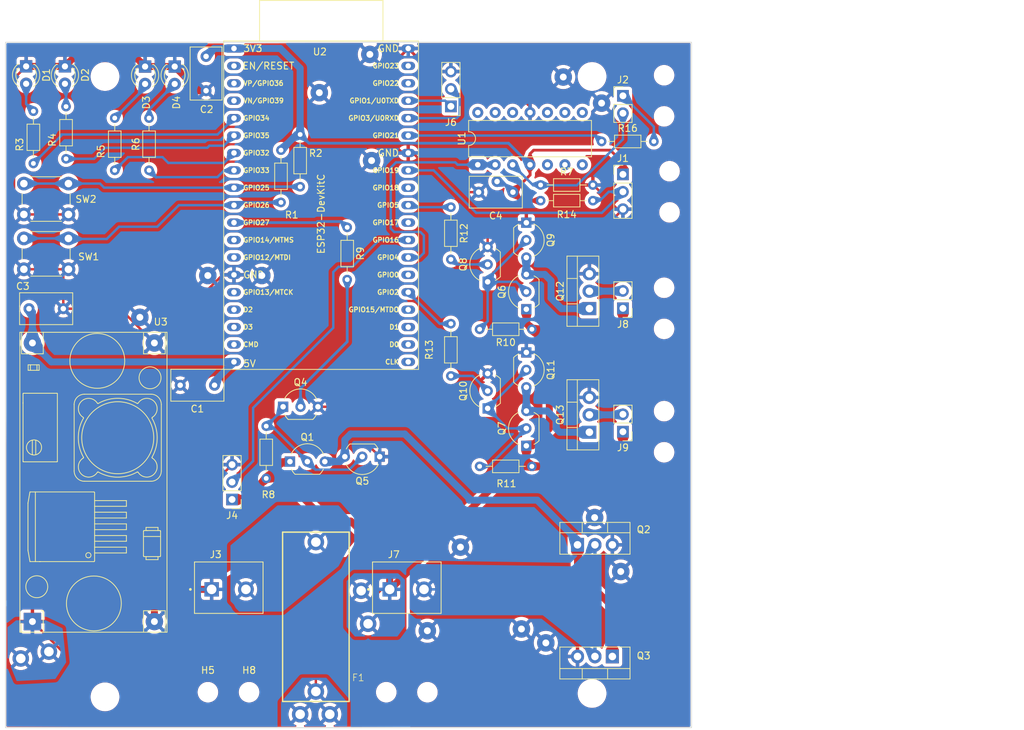
<source format=kicad_pcb>
(kicad_pcb (version 20221018) (generator pcbnew)
  (layers (0 "F.Cu" signal) (31 "B.Cu" signal) (34 "B.Paste" user) (35 "F.Paste" user) (36 "B.SilkS" user "B.Silkscreen") (37 "F.SilkS" user "F.Silkscreen") (38 "B.Mask" user) (39 "F.Mask" user) (44 "Edge.Cuts" user))
  (net 0 "")
  (net 1 "+5V")
  (net 2 "GND")
  (net 3 "+3V3")
  (net 4 "+12V")
  (net 5 "Net-(Q1-B)")
  (net 6 "/MOSFET_GATE")
  (net 7 "Net-(J7-Pin_2)")
  (net 8 "Net-(Q4-B)")
  (net 9 "Net-(Q6-B)")
  (net 10 "Net-(J8-Pin_2)")
  (net 11 "Net-(Q10-C)")
  (net 12 "Net-(J9-Pin_2)")
  (net 13 "Net-(Q8-B)")
  (net 14 "Net-(Q10-B)")
  (net 15 "/SW1")
  (net 16 "/SW2")
  (net 17 "/LED0")
  (net 18 "Net-(D1-A)")
  (net 19 "/LED1")
  (net 20 "Net-(D2-A)")
  (net 21 "/LED2")
  (net 22 "Net-(D3-A)")
  (net 23 "Net-(J2-Pin_2)")
  (net 24 "/PELTIER_POWER")
  (net 25 "/FAN2")
  (net 26 "/FAN1")
  (net 39 "Net-(D4-A)")
  (net 40 "/TEMP_PELTIER")
  (net 42 "/DS18B20")
  (net 43 "/RXD")
  (net 44 "/TXD")
  (net 45 "Net-(J3-Pin_2)")
  (net 46 "/LED3")
  (net 47 "/THERMISTOR_ON")
  (net 49 "/GPIO_16")
  (net 52 "Net-(Q12-G)")
  (net 53 "Net-(Q11-E)")
  (net 54 "Net-(J2-Pin_1)")
  (footprint "Package_DIP:DIP-14_W7.62mm" (layer "F.Cu") (at 68.84 17.875 90)
    (fp_text reference "U1")
    (fp_text value "LM324")
  )
  (footprint "" (layer "F.Cu") (at 66.316 73.66)
    (fp_text reference "")
    (fp_text value "")
  )
  (footprint "LED_THT:LED_D3.0mm" (layer "F.Cu") (at 8.658 3.52344 -90)
    (fp_text reference "D2")
    (fp_text value "LED")
  )
  (footprint "Package_TO_SOT_THT:TO-92_Inline_Wide" (layer "F.Cu") (at 54.54 60.46 180)
    (fp_text reference "Q5")
    (fp_text value "BC558")
  )
  (footprint "" (layer "F.Cu") (at 89.684 77.216)
    (fp_text reference "")
    (fp_text value "")
  )
  (footprint "" (layer "F.Cu") (at 29.486 34.036)
    (fp_text reference "")
    (fp_text value "")
  )
  (footprint "MountingHole:MountingHole_2mm" (layer "F.Cu") (at 96 10.82)
    (fp_text reference "H1" hide)
    (fp_text value "MountingHole")
  )
  (footprint "MountingHole:MountingHole_2mm" (layer "F.Cu") (at 35.5 94.82)
    (fp_text reference "H8")
    (fp_text value "MountingHole")
  )
  (footprint "Resistor_THT:R_Axial_DIN0204_L3.6mm_D1.6mm_P7.62mm_Horizontal" (layer "F.Cu") (at 76.73 61.875 180)
    (fp_text reference "R11")
    (fp_text value "4k7")
  )
  (footprint "Resistor_THT:R_Axial_DIN0204_L3.6mm_D1.6mm_P7.62mm_Horizontal" (layer "F.Cu") (at 64.92 24.065 -90)
    (fp_text reference "R12")
    (fp_text value "1k")
  )
  (footprint "" (layer "F.Cu") (at 19.58 40.132)
    (fp_text reference "")
    (fp_text value "")
  )
  (footprint "" (layer "F.Cu") (at 45.742 7.366)
    (fp_text reference "")
    (fp_text value "")
  )
  (footprint "" (layer "F.Cu") (at 52.854 84.836)
    (fp_text reference "")
    (fp_text value "")
  )
  (footprint "" (layer "F.Cu") (at 53.362 17.272)
    (fp_text reference "")
    (fp_text value "")
  )
  (footprint "Package_TO_SOT_THT:TO-92_Inline_Wide" (layer "F.Cu") (at 70.28 53.415 90)
    (fp_text reference "Q10")
    (fp_text value "BC548")
  )
  (footprint "Package_TO_SOT_THT:TO-92_Inline_Wide" (layer "F.Cu") (at 70.28 34.955 90)
    (fp_text reference "Q8")
    (fp_text value "BC548")
  )
  (footprint "" (layer "F.Cu") (at 71.65 20.32)
    (fp_text reference "")
    (fp_text value "")
  )
  (footprint "MountingHole:MountingHole_2mm" (layer "F.Cu") (at 96.796 18.82)
    (fp_text reference "H4" hide)
    (fp_text value "MountingHole")
  )
  (footprint "MountingHole:MountingHole_2mm" (layer "F.Cu") (at 96 59.82)
    (fp_text reference "H12" hide)
    (fp_text value "MountingHole")
  )
  (footprint "Resistor_THT:R_Axial_DIN0204_L3.6mm_D1.6mm_P7.62mm_Horizontal" (layer "F.Cu") (at 4.06 17.685 90)
    (fp_text reference "R3")
    (fp_text value "1k")
  )
  (footprint "" (layer "F.Cu") (at 81.302 5.08)
    (fp_text reference "")
    (fp_text value "")
  )
  (footprint "Resistor_THT:R_Axial_DIN0204_L3.6mm_D1.6mm_P7.62mm_Horizontal" (layer "F.Cu") (at 76.73 41.875 180)
    (fp_text reference "R10")
    (fp_text value "4k7")
  )
  (footprint "Resistor_THT:R_Axial_DIN0204_L3.6mm_D1.6mm_P7.62mm_Horizontal" (layer "F.Cu") (at 8.82 17.01 90)
    (fp_text reference "R4")
    (fp_text value "1k")
  )
  (footprint "MountingHole:MountingHole_2mm" (layer "F.Cu") (at 55.5 94.82)
    (fp_text reference "H6" hide)
    (fp_text value "MountingHole")
  )
  (footprint "Package_TO_SOT_THT:TO-92_Inline_Wide" (layer "F.Cu") (at 75.92 38.955 90)
    (fp_text reference "Q6")
    (fp_text value "BC548")
  )
  (footprint "" (layer "F.Cu") (at 86.89 8.89)
    (fp_text reference "")
    (fp_text value "")
  )
  (footprint "Resistor_THT:R_Axial_DIN0204_L3.6mm_D1.6mm_P7.62mm_Horizontal" (layer "F.Cu") (at 42.948 13.462 -90)
    (fp_text reference "R2")
    (fp_text value "10k")
  )
  (footprint "Package_TO_SOT_THT:TO-92_Inline_Wide" (layer "F.Cu") (at 75.92 45.255 -90)
    (fp_text reference "Q11")
    (fp_text value "BC558")
  )
  (footprint "Resistor_THT:R_Axial_DIN0204_L3.6mm_D1.6mm_P7.62mm_Horizontal" (layer "F.Cu") (at 86.89 14.478)
    (fp_text reference "R16")
    (fp_text value "1k")
  )
  (footprint "" (layer "F.Cu") (at 53.108 1.778)
    (fp_text reference "")
    (fp_text value "")
  )
  (footprint "Connector_PinHeader_2.54mm:PinHeader_1x03_P2.54mm_Vertical" (layer "F.Cu") (at 90 19.28)
    (fp_text reference "J1")
    (fp_text value "Conn_01x03_Pin")
  )
  (footprint "MountingHole:MountingHole_2mm" (layer "F.Cu") (at 29.5 94.82)
    (fp_text reference "H5")
    (fp_text value "MountingHole")
  )
  (footprint "" (layer "F.Cu") (at 2.22 89.9)
    (fp_text reference "")
    (fp_text value "")
  )
  (footprint "MountingHole:MountingHole_3.2mm_M3" (layer "F.Cu") (at 85.5 95)
    (fp_text reference "H15" hide)
    (fp_text value "MountingHole")
  )
  (footprint "MountingHole:MountingHole_2mm" (layer "F.Cu") (at 96.796 24.82)
    (fp_text reference "H2" hide)
    (fp_text value "MountingHole")
  )
  (footprint "Connector_PinHeader_2.54mm:PinHeader_1x03_P2.54mm_Vertical" (layer "F.Cu") (at 64.92 9.36 180)
    (fp_text reference "J6")
    (fp_text value "Conn_01x03_Pin")
  )
  (footprint "LED_THT:LED_D3.0mm" (layer "F.Cu") (at 20.342 3.551 -90)
    (fp_text reference "D3")
    (fp_text value "LED")
  )
  (footprint "Resistor_THT:R_Axial_DIN0204_L3.6mm_D1.6mm_P7.62mm_Horizontal" (layer "F.Cu") (at 20.92 18.685 90)
    (fp_text reference "R6")
    (fp_text value "1k")
  )
  (footprint "Package_TO_SOT_THT:TO-220-3_Vertical" (layer "F.Cu") (at 85.112 56.896 90)
    (fp_text reference "Q13")
    (fp_text value "IRF540N")
  )
  (footprint "Connector_PinHeader_2.54mm:PinHeader_1x02_P2.54mm_Vertical" (layer "F.Cu") (at 90 56.82 180)
    (fp_text reference "J9")
    (fp_text value "Conn_01x02_Pin")
  )
  (footprint "Button_Switch_THT:SW_PUSH_6mm_H7.3mm" (layer "F.Cu") (at 9.17 25.125 180)
    (fp_text reference "SW2")
    (fp_text value "SW_Push")
  )
  (footprint "Capacitor_THT:C_Disc_D7.5mm_W4.4mm_P5.00mm" (layer "F.Cu") (at 3.42 38.875)
    (fp_text reference "C3")
    (fp_text value "100n")
  )
  (footprint "adega_iot:HANDSON_KF301-2P" (layer "F.Cu") (at 32.5425 79.82)
    (fp_text reference "J3")
    (fp_text value "Screw_Terminal_01x02")
  )
  (footprint "" (layer "F.Cu") (at 78.762 87.63)
    (fp_text reference "")
    (fp_text value "")
  )
  (footprint "Capacitor_THT:C_Disc_D7.5mm_W4.4mm_P5.00mm" (layer "F.Cu") (at 29.232 2.072 -90)
    (fp_text reference "C2")
    (fp_text value "100n")
  )
  (footprint "Package_TO_SOT_THT:TO-220-3_Vertical" (layer "F.Cu") (at 85.112 38.862 90)
    (fp_text reference "Q12")
    (fp_text value "IRF540N")
  )
  (footprint "Resistor_THT:R_Axial_DIN0204_L3.6mm_D1.6mm_P7.62mm_Horizontal" (layer "F.Cu") (at 49.806 27.01 -90)
    (fp_text reference "R9")
    (fp_text value "1k")
  )
  (footprint "" (layer "F.Cu") (at 42.948 98.044)
    (fp_text reference "")
    (fp_text value "")
  )
  (footprint "Resistor_THT:R_Axial_DIN0204_L3.6mm_D1.6mm_P7.62mm_Horizontal" (layer "F.Cu") (at 78 23.114)
    (fp_text reference "R14")
    (fp_text value "1k")
  )
  (footprint "MountingHole:MountingHole_3.2mm_M3" (layer "F.Cu") (at 143.34 92.875)
    (fp_text reference "H16" hide)
    (fp_text value "MountingHole")
  )
  (footprint "MountingHole:MountingHole_2mm" (layer "F.Cu") (at 96 35.82)
    (fp_text reference "H11" hide)
    (fp_text value "MountingHole")
  )
  (footprint "" (layer "F.Cu") (at 47.266 98.044)
    (fp_text reference "")
    (fp_text value "")
  )
  (footprint "Package_TO_SOT_THT:TO-92_Inline_Wide" (layer "F.Cu") (at 40.46 53.18)
    (fp_text reference "Q4")
    (fp_text value "BC548")
  )
  (footprint "Resistor_THT:R_Axial_DIN0204_L3.6mm_D1.6mm_P7.62mm_Horizontal" (layer "F.Cu") (at 38 63.63 90)
    (fp_text reference "R8")
    (fp_text value "4k7")
  )
  (footprint "Button_Switch_THT:SW_PUSH_6mm_H7.3mm" (layer "F.Cu") (at 9.17 33.125 180)
    (fp_text reference "SW1")
    (fp_text value "SW_Push")
  )
  (footprint "" (layer "F.Cu") (at 37.36 34.036)
    (fp_text reference "")
    (fp_text value "")
  )
  (footprint "Package_TO_SOT_THT:TO-92_Inline_Wide" (layer "F.Cu") (at 75.92 58.875 90)
    (fp_text reference "Q7")
    (fp_text value "BC548")
  )
  (footprint "Espressif:ESP32-DevKitC" (layer "F.Cu") (at 33.3 0.91656)
    (fp_text reference "U2")
    (fp_text value "ESP32-DevKitC")
  )
  (footprint "lm2596:YAAJ_DCDC_StepDown_LM2596" (layer "F.Cu") (at 3.92 84.515 90)
    (fp_text reference "U3")
    (fp_text value "YAAJ_DCDC_StepDown_LM2596")
  )
  (footprint "Resistor_THT:R_Axial_DIN0204_L3.6mm_D1.6mm_P7.62mm_Horizontal" (layer "F.Cu") (at 40.154 15.748 -90)
    (fp_text reference "R1")
    (fp_text value "10k")
  )
  (footprint "MountingHole:MountingHole_2mm" (layer "F.Cu") (at 96 4.82)
    (fp_text reference "H3" hide)
    (fp_text value "MountingHole")
  )
  (footprint "Connector_PinHeader_2.54mm:PinHeader_1x03_P2.54mm_Vertical" (layer "F.Cu") (at 33.02 66.705 180)
    (fp_text reference "J4")
    (fp_text value "Conn_01x03_Pin")
  )
  (footprint "Resistor_THT:R_Axial_DIN0204_L3.6mm_D1.6mm_P7.62mm_Horizontal" (layer "F.Cu") (at 15.92 18.685 90)
    (fp_text reference "R5")
    (fp_text value "1k")
  )
  (footprint "" (layer "F.Cu") (at 61.49 85.852)
    (fp_text reference "")
    (fp_text value "")
  )
  (footprint "" (layer "F.Cu") (at 51.838 80.01)
    (fp_text reference "")
    (fp_text value "")
  )
  (footprint "Connector_PinHeader_2.54mm:PinHeader_1x02_P2.54mm_Vertical" (layer "F.Cu") (at 90 38.82 180)
    (fp_text reference "J8")
    (fp_text value "Conn_01x02_Pin")
  )
  (footprint "adega_iot:Metaltex_fuse_holder" (layer "F.Cu") (at 45.2375 94.72 180)
    (fp_text reference "F1")
    (fp_text value "Fuse")
  )
  (footprint "Capacitor_THT:C_Disc_D7.5mm_W4.4mm_P5.00mm" (layer "F.Cu") (at 30.462 50.038 180)
    (fp_text reference "C1")
    (fp_text value "100n")
  )
  (footprint "Package_TO_SOT_THT:TO-92_Inline_Wide" (layer "F.Cu") (at 41.46 61.18)
    (fp_text reference "Q1")
    (fp_text value "BC548")
  )
  (footprint "adega_iot:HANDSON_KF301-2P" (layer "F.Cu") (at 58.5 79.82)
    (fp_text reference "J7")
    (fp_text value "Screw_Terminal_01x02")
  )
  (footprint "" (layer "F.Cu") (at 6.32 88.9)
    (fp_text reference "")
    (fp_text value "")
  )
  (footprint "" (layer "F.Cu") (at 75.206 85.598)
    (fp_text reference "")
    (fp_text value "")
  )
  (footprint "Capacitor_THT:C_Disc_D7.5mm_W4.4mm_P5.00mm" (layer "F.Cu") (at 73.965 21.875 180)
    (fp_text reference "C4")
    (fp_text value "100n")
  )
  (footprint "MountingHole:MountingHole_3.2mm_M3" (layer "F.Cu") (at 14.5 5)
    (fp_text reference "H13" hide)
    (fp_text value "MountingHole")
  )
  (footprint "Resistor_THT:R_Axial_DIN0204_L3.6mm_D1.6mm_P7.62mm_Horizontal" (layer "F.Cu") (at 64.92 41.065 -90)
    (fp_text reference "R13")
    (fp_text value "1k")
  )
  (footprint "MountingHole:MountingHole_3.2mm_M3" (layer "F.Cu") (at 85.5 5)
    (fp_text reference "H14" hide)
    (fp_text value "MountingHole")
  )
  (footprint "Resistor_THT:R_Axial_DIN0204_L3.6mm_D1.6mm_P7.62mm_Horizontal" (layer "F.Cu") (at 78 20.828)
    (fp_text reference "R7")
    (fp_text value "1k")
  )
  (footprint "" (layer "F.Cu") (at 85.874 69.342)
    (fp_text reference "")
    (fp_text value "")
  )
  (footprint "LED_THT:LED_D3.0mm" (layer "F.Cu") (at 3 3.52344 -90)
    (fp_text reference "D1")
    (fp_text value "LED")
  )
  (footprint "Package_TO_SOT_THT:TO-220-3_Vertical" (layer "F.Cu") (at 88.46 89.61 180)
    (fp_text reference "Q3")
    (fp_text value "IRF540N")
  )
  (footprint "MountingHole:MountingHole_2mm" (layer "F.Cu") (at 96 53.82)
    (fp_text reference "H10" hide)
    (fp_text value "MountingHole")
  )
  (footprint "Connector_PinHeader_2.54mm:PinHeader_1x02_P2.54mm_Vertical" (layer "F.Cu") (at 90 7.82)
    (fp_text reference "J2")
    (fp_text value "Conn_01x02_Pin")
  )
  (footprint "MountingHole:MountingHole_2mm" (layer "F.Cu") (at 61.5 94.82)
    (fp_text reference "H7" hide)
    (fp_text value "MountingHole")
  )
  (footprint "Package_TO_SOT_THT:TO-92_Inline_Wide" (layer "F.Cu") (at 75.92 26.335 -90)
    (fp_text reference "Q9")
    (fp_text value "BC558")
  )
  (footprint "Package_TO_SOT_THT:TO-220-3_Vertical" (layer "F.Cu") (at 83.38 73.32)
    (fp_text reference "Q2")
    (fp_text value "IRF540N")
  )
  (footprint "LED_THT:LED_D3.0mm" (layer "F.Cu") (at 24.66 3.551 -90)
    (fp_text reference "D4")
    (fp_text value "LED")
  )
  (footprint "MountingHole:MountingHole_2mm" (layer "F.Cu") (at 96 41.82)
    (fp_text reference "H9" hide)
    (fp_text value "MountingHole")
  )
  (gr_rect (start 0 0) (end 100 100) (stroke (width 0.1)) (fill none) (layer "Edge.Cuts"))
  (segment (start 3.92 43.875) (end 3.92 39.375) (width 1.016) (layer "B.Cu") (net 1))
  (segment (start 30.462 49.47456) (end 33.3 46.63656) (width 1.016) (layer "B.Cu") (net 1))
  (segment (start 30.462 50.038) (end 30.462 49.47456) (width 1.016) (layer "B.Cu") (net 1))
  (segment (start 33.3 46.63656) (end 6.68156 46.63656) (width 1.016) (layer "B.Cu") (net 1))
  (segment (start 6.68156 46.63656) (end 3.92 43.875) (width 1.016) (layer "B.Cu") (net 1))
  (segment (start 3.92 39.375) (end 3.42 38.875) (width 1.016) (layer "B.Cu") (net 1))
  (segment (start 33.02 61.625) (end 37.095 61.625) (width 0.3556) (layer "F.Cu") (net 2))
  (segment (start 88.025 26.335) (end 90 24.36) (width 0.3556) (layer "F.Cu") (net 2))
  (segment (start 7.7382 26.5568) (end 9.17 25.125) (width 0.3556) (layer "F.Cu") (net 2))
  (segment (start 21.10844 3.335) (end 20.92 3.52344) (width 0.3556) (layer "F.Cu") (net 2))
  (segment (start 20.11076 2.7142) (end 9.80924 2.7142) (width 0.3556) (layer "F.Cu") (net 2))
  (segment (start 19.175 2.384) (end 9.79744 2.384) (width 1.016) (layer "F.Cu") (net 2))
  (segment (start 8.42 33.875) (end 9.17 33.125) (width 0.3556) (layer "F.Cu") (net 2))
  (segment (start 73.136 4.28) (end 64.92 4.28) (width 0.4064) (layer "F.Cu") (net 2))
  (segment (start 9.17 33.125) (end 2.67 33.125) (width 0.3556) (layer "F.Cu") (net 2))
  (segment (start 2.67 33.125) (end 4.1018 31.6932) (width 0.3556) (layer "F.Cu") (net 2))
  (segment (start 58.7 0.91656) (end 55.394 4.22256) (width 0.4064) (layer "F.Cu") (net 2))
  (segment (start 21.7 84.515) (end 21.7 81.42) (width 1.016) (layer "F.Cu") (net 2))
  (segment (start 58.155 60.46) (end 54.54 60.46) (width 0.3556) (layer "F.Cu") (net 2))
  (segment (start 73.82 26.335) (end 75.92 26.335) (width 0.3556) (layer "F.Cu") (net 2))
  (segment (start 85.73 20.875) (end 89.215 24.36) (width 0.3556) (layer "F.Cu") (net 2))
  (segment (start 27.5 51.82) (end 27.5 49.675) (width 0.3556) (layer "F.Cu") (net 2))
  (segment (start 73.936 6.858) (end 73.936 5.08) (width 0.4064) (layer "F.Cu") (net 2))
  (segment (start 66.46 33.695) (end 70.28 29.875) (width 0.3556) (layer "F.Cu") (net 2))
  (segment (start 45.54 53.18) (end 47.26 53.18) (width 0.3556) (layer "F.Cu") (net 2))
  (segment (start 70.28 29.875) (end 70.28 23.19) (width 0.3556) (layer "F.Cu") (net 2))
  (segment (start 24.66 3.551) (end 20.342 3.551) (width 1.016) (layer "F.Cu") (net 2))
  (segment (start 8.658 3.52344) (end 3 3.52344) (width 1.016) (layer "F.Cu") (net 2))
  (segment (start 8.42 38.875) (end 16.7 38.875) (width 0.3556) (layer "F.Cu") (net 2))
  (segment (start 9.17 33.125) (end 7.7382 31.6932) (width 0.3556) (layer "F.Cu") (net 2))
  (segment (start 66.46 44.515) (end 70.28 48.335) (width 0.3556) (layer "F.Cu") (net 2))
  (segment (start 33.02 61.625) (end 33.02 57.34) (width 0.3556) (layer "F.Cu") (net 2))
  (segment (start 75.92 26.335) (end 88.025 26.335) (width 0.3556) (layer "F.Cu") (net 2))
  (segment (start 27.5 49.675) (end 21.7 43.875) (width 0.3556) (layer "F.Cu") (net 2))
  (segment (start 73.36 45.255) (end 75.92 45.255) (width 0.3556) (layer "F.Cu") (net 2))
  (segment (start 33.02 57.34) (end 27.5 51.82) (width 0.3556) (layer "F.Cu") (net 2))
  (segment (start 55.394 4.22256) (end 55.394 13.716) (width 0.4064) (layer "F.Cu") (net 2))
  (segment (start 23.3 79.82) (end 30.0425 79.82) (width 1.016) (layer "F.Cu") (net 2))
  (segment (start 76.46 9.382) (end 73.936 6.858) (width 0.4064) (layer "F.Cu") (net 2))
  (segment (start 66.46 37.875) (end 66.46 44.515) (width 0.3556) (layer "F.Cu") (net 2))
  (segment (start 37.095 61.625) (end 45.54 53.18) (width 0.3556) (layer "F.Cu") (net 2))
  (segment (start 28.181 7.072) (end 24.66 3.551) (width 1.016) (layer "F.Cu") (net 2))
  (segment (start 9.79744 2.384) (end 8.658 3.52344) (width 1.016) (layer "F.Cu") (net 2))
  (segment (start 30.0425 64.6025) (end 33.02 61.625) (width 0.3556) (layer "F.Cu") (net 2))
  (segment (start 20.342 3.551) (end 19.175 2.384) (width 1.016) (layer "F.Cu") (net 2))
  (segment (start 62.06344 4.28) (end 58.7 0.91656) (width 0.4064) (layer "F.Cu") (net 2))
  (segment (start 20.92 3.52344) (end 20.11076 2.7142) (width 0.3556) (layer "F.Cu") (net 2))
  (segment (start 21.7 81.42) (end 23.3 79.82) (width 1.016) (layer "F.Cu") (net 2))
  (segment (start 73.936 5.08) (end 73.136 4.28) (width 0.4064) (layer "F.Cu") (net 2))
  (segment (start 76.46 10.255) (end 76.46 9.382) (width 0.4064) (layer "F.Cu") (net 2))
  (segment (start 70.28 48.335) (end 58.155 60.46) (width 0.3556) (layer "F.Cu") (net 2))
  (segment (start 1.2382 23.6932) (end 1.2382 5.28524) (width 0.3556) (layer "F.Cu") (net 2))
  (segment (start 4.1018 26.5568) (end 2.67 25.125) (width 0.3556) (layer "F.Cu") (net 2))
  (segment (start 2.67 25.125) (end 1.2382 23.6932) (width 0.3556) (layer "F.Cu") (net 2))
  (segment (start 30.0425 79.82) (end 30.0425 64.6025) (width 0.3556) (layer "F.Cu") (net 2))
  (segment (start 29.232 7.072) (end 28.181 7.072) (width 1.016) (layer "F.Cu") (net 2))
  (segment (start 2.67 25.125) (end 9.17 25.125) (width 0.3556) (layer "F.Cu") (net 2))
  (segment (start 16.7 38.875) (end 21.7 43.875) (width 0.3556) (layer "F.Cu") (net 2))
  (segment (start 31.63844 33.93656) (end 33.3 33.93656) (width 0.3556) (layer "F.Cu") (net 2))
  (segment (start 9 3.52344) (end 3 3.52344) (width 0.3556) (layer "F.Cu") (net 2))
  (segment (start 89.215 24.36) (end 90 24.36) (width 0.3556) (layer "F.Cu") (net 2))
  (segment (start 21.7 43.875) (end 31.63844 33.93656) (width 0.3556) (layer "F.Cu") (net 2))
  (segment (start 47.26 53.18) (end 54.54 60.46) (width 0.3556) (layer "F.Cu") (net 2))
  (segment (start 7.7382 31.6932) (end 7.7382 26.5568) (width 0.3556) (layer "F.Cu") (net 2))
  (segment (start 70.28 48.335) (end 73.36 45.255) (width 0.3556) (layer "F.Cu") (net 2))
  (segment (start 66.46 37.875) (end 66.46 33.695) (width 0.3556) (layer "F.Cu") (net 2))
  (segment (start 70.28 29.875) (end 73.82 26.335) (width 0.3556) (layer "F.Cu") (net 2))
  (segment (start 59.39156 16.15656) (end 58.7 16.15656) (width 0.3556) (layer "F.Cu") (net 2))
  (segment (start 4.1018 31.6932) (end 4.1018 26.5568) (width 0.3556) (layer "F.Cu") (net 2))
  (segment (start 65.11 21.875) (end 64.92 21.685) (width 0.3556) (layer "F.Cu") (net 2))
  (segment (start 64.92 4.28) (end 62.06344 4.28) (width 0.4064) (layer "F.Cu") (net 2))
  (segment (start 68.965 21.875) (end 65.11 21.875) (width 0.3556) (layer "F.Cu") (net 2))
  (segment (start 64.92 21.685) (end 59.39156 16.15656) (width 0.3556) (layer "F.Cu") (net 2))
  (segment (start 55.394 13.716) (end 57.83456 16.15656) (width 0.4064) (layer "F.Cu") (net 2))
  (segment (start 9.80924 2.7142) (end 9 3.52344) (width 0.3556) (layer "F.Cu") (net 2))
  (segment (start 70.28 23.19) (end 68.965 21.875) (width 0.3556) (layer "F.Cu") (net 2))
  (segment (start 8.42 38.875) (end 8.42 33.875) (width 0.3556) (layer "F.Cu") (net 2))
  (segment (start 57.83456 16.15656) (end 58.7 16.15656) (width 0.4064) (layer "F.Cu") (net 2))
  (segment (start 1.2382 5.28524) (end 3 3.52344) (width 0.3556) (layer "F.Cu") (net 2))
  (segment (start 76.476 19.364) (end 76.476 19.05) (width 0.4064) (layer "F.Cu") (net 3))
  (segment (start 90 17.588) (end 90 19.28) (width 0.4064) (layer "F.Cu") (net 3))
  (segment (start 76.476 19.05) (end 76.46 19.034) (width 0.4064) (layer "F.Cu") (net 3))
  (segment (start 76.46 17.875) (end 76.46 16.272) (width 0.4064) (layer "F.Cu") (net 3))
  (segment (start 76.984 15.748) (end 88.16 15.748) (width 0.4064) (layer "F.Cu") (net 3))
  (segment (start 78 23.114) (end 75.204 23.114) (width 0.3556) (layer "F.Cu") (net 3))
  (segment (start 73.965 21.875) (end 76.476 19.364) (width 0.4064) (layer "F.Cu") (net 3))
  (segment (start 75.204 23.114) (end 73.965 21.875) (width 0.3556) (layer "F.Cu") (net 3))
  (segment (start 76.46 16.272) (end 76.984 15.748) (width 0.4064) (layer "F.Cu") (net 3))
  (segment (start 76.46 19.034) (end 76.46 17.875) (width 0.4064) (layer "F.Cu") (net 3))
  (segment (start 88.16 15.748) (end 90 17.588) (width 0.4064) (layer "F.Cu") (net 3))
  (segment (start 40.05456 0.91656) (end 42.948 3.81) (width 1.016) (layer "B.Cu") (net 3))
  (segment (start 42.948 13.462) (end 42.44 13.462) (width 1.016) (layer "B.Cu") (net 3))
  (segment (start 42.44 13.462) (end 40.154 15.748) (width 1.016) (layer "B.Cu") (net 3))
  (segment (start 76.46 17.875) (end 73.317 14.732) (width 0.4064) (layer "B.Cu") (net 3))
  (segment (start 30.38744 0.91656) (end 29.232 2.072) (width 1.016) (layer "B.Cu") (net 3))
  (segment (start 33.3 0.91656) (end 40.05456 0.91656) (width 1.016) (layer "B.Cu") (net 3))
  (segment (start 44.218 14.732) (end 42.948 13.462) (width 0.4064) (layer "B.Cu") (net 3))
  (segment (start 33.3 0.91656) (end 30.38744 0.91656) (width 1.016) (layer "B.Cu") (net 3))
  (segment (start 72.41 20.32) (end 73.965 21.875) (width 0.3556) (layer "B.Cu") (net 3))
  (segment (start 42.948 3.81) (end 42.948 13.462) (width 1.016) (layer "B.Cu") (net 3))
  (segment (start 71.65 20.32) (end 72.41 20.32) (width 0.3556) (layer "B.Cu") (net 3))
  (segment (start 73.317 14.732) (end 44.218 14.732) (width 0.4064) (layer "B.Cu") (net 3))
  (segment (start 40.154 15.748) (end 40.662 15.748) (width 0.4064) (layer "B.Cu") (net 3))
  (segment (start 76.73 61.875) (end 75.92 61.065) (width 1.016) (layer "F.Cu") (net 4))
  (segment (start 75.968 41.113) (end 75.968 39.003) (width 1.016) (layer "F.Cu") (net 4))
  (segment (start 12.5392 93.1342) (end 3.92 84.515) (width 0.3556) (layer "F.Cu") (net 4))
  (segment (start 79.27 44.415) (end 76.73 41.875) (width 1.016) (layer "F.Cu") (net 4))
  (segment (start 76.73 61.875) (end 88.515 61.875) (width 1.016) (layer "F.Cu") (net 4))
  (segment (start 41.426 61.214) (end 41.46 61.18) (width 1.016) (layer "F.Cu") (net 4))
  (segment (start 46.758 69.85) (end 50.314 69.85) (width 1.016) (layer "F.Cu") (net 4))
  (segment (start 34.925 66.705) (end 38 63.63) (width 1.016) (layer "F.Cu") (net 4))
  (segment (start 38 63.63) (end 40.538 63.63) (width 1.016) (layer "F.Cu") (net 4))
  (segment (start 40.538 63.63) (end 46.758 69.85) (width 1.016) (layer "F.Cu") (net 4))
  (segment (start 76.73 41.875) (end 75.968 41.113) (width 1.016) (layer "F.Cu") (net 4))
  (segment (start 33.02 66.705) (end 34.925 66.705) (width 1.016) (layer "F.Cu") (net 4))
  (segment (start 40.408 61.222) (end 40.408 61.214) (width 1.016) (layer "F.Cu") (net 4))
  (segment (start 88.515 61.875) (end 90 60.39) (width 1.016) (layer "F.Cu") (net 4))
  (segment (start 56 75.536) (end 56 79.82) (width 1.016) (layer "F.Cu") (net 4))
  (segment (start 90 40.832) (end 90 38.82) (width 1.016) (layer "F.Cu") (net 4))
  (segment (start 76.73 41.875) (end 88.887 41.875) (width 1.016) (layer "F.Cu") (net 4))
  (segment (start 38 63.63) (end 40.408 61.222) (width 1.016) (layer "F.Cu") (net 4))
  (segment (start 40.408 61.214) (end 41.426 61.214) (width 1.016) (layer "F.Cu") (net 4))
  (segment (start 88.887 41.875) (end 88.922 41.91) (width 1.016) (layer "F.Cu") (net 4))
  (segment (start 56 79.82) (end 56.092 79.82) (width 1.016) (layer "F.Cu") (net 4))
  (segment (start 54.822 79.82) (end 56 79.82) (width 0.3556) (layer "F.Cu") (net 4))
  (segment (start 56.092 79.82) (end 74.037 61.875) (width 1.016) (layer "F.Cu") (net 4))
  (segment (start 43.6517 93.1342) (end 12.5392 93.1342) (width 0.3556) (layer "F.Cu") (net 4))
  (segment (start 90 60.39) (end 90 56.82) (width 1.016) (layer "F.Cu") (net 4))
  (segment (start 45.2375 94.72) (end 45.2375 89.4045) (width 0.3556) (layer "F.Cu") (net 4))
  (segment (start 88.922 41.91) (end 90 40.832) (width 1.016) (layer "F.Cu") (net 4))
  (segment (start 75.92 58.875) (end 76.783 58.875) (width 1.016) (layer "F.Cu") (net 4))
  (segment (start 75.968 39.003) (end 75.92 38.955) (width 1.016) (layer "F.Cu") (net 4))
  (segment (start 50.314 69.85) (end 56 75.536) (width 1.016) (layer "F.Cu") (net 4))
  (segment (start 76.783 58.875) (end 79.27 56.388) (width 1.016) (layer "F.Cu") (net 4))
  (segment (start 74.037 61.875) (end 76.73 61.875) (width 1.016) (layer "F.Cu") (net 4))
  (segment (start 45.2375 89.4045) (end 54.822 79.82) (width 0.3556) (layer "F.Cu") (net 4))
  (segment (start 79.27 56.388) (end 79.27 44.415) (width 1.016) (layer "F.Cu") (net 4))
  (segment (start 45.2375 94.72) (end 43.6517 93.1342) (width 0.3556) (layer "F.Cu") (net 4))
  (segment (start 75.92 58.875) (end 75.92 61.065) (width 1.016) (layer "F.Cu") (net 4))
  (segment (start 40.46 53.55) (end 38 56.01) (width 0.3556) (layer "B.Cu") (net 5))
  (segment (start 38 56.01) (end 38.83 56.01) (width 0.3556) (layer "B.Cu") (net 5))
  (segment (start 38.83 56.01) (end 44 61.18) (width 0.3556) (layer "B.Cu") (net 5))
  (segment (start 50.0982 62.3618) (end 45.1818 62.3618) (width 0.3556) (layer "B.Cu") (net 5))
  (segment (start 52 60.46) (end 50.0982 62.3618) (width 0.3556) (layer "B.Cu") (net 5))
  (segment (start 45.1818 62.3618) (end 44 61.18) (width 0.3556) (layer "B.Cu") (net 5))
  (segment (start 40.46 53.18) (end 40.46 53.55) (width 0.3556) (layer "B.Cu") (net 5))
  (segment (start 88.46 82.342) (end 83.334 77.216) (width 1.016) (layer "F.Cu") (net 6))
  (segment (start 88.46 89.61) (end 88.46 82.342) (width 1.016) (layer "F.Cu") (net 6))
  (segment (start 83.38 77.17) (end 83.38 73.32) (width 1.016) (layer "F.Cu") (net 6))
  (segment (start 83.334 77.216) (end 83.38 77.17) (width 0.3556) (layer "F.Cu") (net 6))
  (segment (start 48.74 61.18) (end 46.54 61.18) (width 1.016) (layer "B.Cu") (net 6))
  (segment (start 83.38 73.32) (end 83.42 73.32) (width 0.3556) (layer "B.Cu") (net 6))
  (segment (start 50.314 57.15) (end 58.188 57.15) (width 1.016) (layer "B.Cu") (net 6))
  (segment (start 49.46 60.46) (end 48.74 61.18) (width 1.016) (layer "B.Cu") (net 6))
  (segment (start 46.54 61.18) (end 48.282 61.18) (width 1.016) (layer "B.Cu") (net 6))
  (segment (start 67.586 66.548) (end 67.586 66.802) (width 1.016) (layer "B.Cu") (net 6))
  (segment (start 77.492 66.802) (end 83.38 72.69) (width 1.016) (layer "B.Cu") (net 6))
  (segment (start 49.46 58.004) (end 50.314 57.15) (width 1.016) (layer "B.Cu") (net 6))
  (segment (start 83.38 72.69) (end 83.38 73.32) (width 1.016) (layer "B.Cu") (net 6))
  (segment (start 58.188 57.15) (end 67.586 66.548) (width 1.016) (layer "B.Cu") (net 6))
  (segment (start 67.586 66.802) (end 77.492 66.802) (width 1.016) (layer "B.Cu") (net 6))
  (segment (start 49.46 60.46) (end 49.46 58.004) (width 1.016) (layer "B.Cu") (net 6))
  (segment (start 85.92 89.61) (end 85.8725 89.61) (width 0.3556) (layer "B.Cu") (net 7))
  (segment (start 79.4675 79.82) (end 61 79.82) (width 0.3556) (layer "B.Cu") (net 7))
  (segment (start 76.0825 79.82) (end 61 79.82) (width 0.3556) (layer "B.Cu") (net 7))
  (segment (start 85.8725 89.61) (end 76.0825 79.82) (width 0.3556) (layer "B.Cu") (net 7))
  (segment (start 85.92 73.3675) (end 79.4675 79.82) (width 0.3556) (layer "B.Cu") (net 7))
  (segment (start 85.92 73.32) (end 85.92 73.3675) (width 0.3556) (layer "B.Cu") (net 7))
  (segment (start 43 53.18) (end 43 50.598) (width 0.4064) (layer "B.Cu") (net 8))
  (segment (start 49.806 43.688) (end 49.806 34.63) (width 0.4064) (layer "B.Cu") (net 8))
  (segment (start 43 50.598) (end 42.948 50.546) (width 0.4064) (layer "B.Cu") (net 8))
  (segment (start 42.948 50.546) (end 49.806 43.688) (width 0.4064) (layer "B.Cu") (net 8))
  (segment (start 70.28 40.705) (end 69.11 41.875) (width 0.3556) (layer "B.Cu") (net 9))
  (segment (start 70.28 34.955) (end 74.46 34.955) (width 0.3556) (layer "B.Cu") (net 9))
  (segment (start 70.28 34.515) (end 75.92 28.875) (width 0.3556) (layer "B.Cu") (net 9))
  (segment (start 70.28 34.955) (end 70.28 40.705) (width 0.3556) (layer "B.Cu") (net 9))
  (segment (start 70.28 34.955) (end 70.28 34.515) (width 0.3556) (layer "B.Cu") (net 9))
  (segment (start 74.46 34.955) (end 75.92 36.415) (width 0.3556) (layer "B.Cu") (net 9))
  (segment (start 85.112 36.322) (end 89.958 36.322) (width 1.016) (layer "B.Cu") (net 10))
  (segment (start 89.958 36.322) (end 90 36.28) (width 1.016) (layer "B.Cu") (net 10))
  (segment (start 70.38 61.875) (end 75.92 56.335) (width 0.3556) (layer "B.Cu") (net 11))
  (segment (start 75.92 56.335) (end 73.2 56.335) (width 0.3556) (layer "B.Cu") (net 11))
  (segment (start 69.11 61.875) (end 70.38 61.875) (width 0.3556) (layer "B.Cu") (net 11))
  (segment (start 73.2 56.335) (end 70.28 53.415) (width 0.3556) (layer "B.Cu") (net 11))
  (segment (start 70.3 53.415) (end 70.28 53.415) (width 0.3556) (layer "B.Cu") (net 11))
  (segment (start 75.92 47.795) (end 70.3 53.415) (width 0.3556) (layer "B.Cu") (net 11))
  (segment (start 89.924 54.356) (end 90 54.28) (width 1.016) (layer "B.Cu") (net 12))
  (segment (start 85.112 54.356) (end 89.924 54.356) (width 1.016) (layer "B.Cu") (net 12))
  (segment (start 65.65 32.415) (end 64.92 31.685) (width 0.3556) (layer "B.Cu") (net 13))
  (segment (start 70.28 32.415) (end 65.65 32.415) (width 0.3556) (layer "B.Cu") (net 13))
  (segment (start 68.09 48.685) (end 70.28 50.875) (width 0.3556) (layer "B.Cu") (net 14))
  (segment (start 64.92 48.685) (end 68.09 48.685) (width 0.3556) (layer "B.Cu") (net 14))
  (segment (start 16.532 26.924) (end 22.12 26.924) (width 0.3556) (layer "B.Cu") (net 15))
  (segment (start 14.754 28.702) (end 16.532 26.924) (width 0.3556) (layer "B.Cu") (net 15))
  (segment (start 9.247 28.702) (end 14.754 28.702) (width 0.3556) (layer "B.Cu") (net 15))
  (segment (start 33.70856 23.368) (end 33.3 23.77656) (width 0.4064) (layer "B.Cu") (net 15))
  (segment (start 25.26744 23.77656) (end 33.3 23.77656) (width 0.3556) (layer "B.Cu") (net 15))
  (segment (start 9.17 28.625) (end 2.67 28.625) (width 0.3556) (layer "B.Cu") (net 15))
  (segment (start 40.154 23.368) (end 33.70856 23.368) (width 0.4064) (layer "B.Cu") (net 15))
  (segment (start 22.12 26.924) (end 25.26744 23.77656) (width 0.3556) (layer "B.Cu") (net 15))
  (segment (start 9.17 28.625) (end 9.247 28.702) (width 0.3556) (layer "B.Cu") (net 15))
  (segment (start 33.45456 21.082) (end 33.3 21.23656) (width 0.4064) (layer "B.Cu") (net 16))
  (segment (start 13.7666 20.625) (end 9.17 20.625) (width 0.3556) (layer "B.Cu") (net 16))
  (segment (start 14.3618 21.2202) (end 13.7666 20.625) (width 0.3556) (layer "B.Cu") (net 16))
  (segment (start 9.17 20.625) (end 2.67 20.625) (width 0.3556) (layer "B.Cu") (net 16))
  (segment (start 42.948 21.082) (end 33.45456 21.082) (width 0.4064) (layer "B.Cu") (net 16))
  (segment (start 33.28364 21.2202) (end 14.3618 21.2202) (width 0.3556) (layer "B.Cu") (net 16))
  (segment (start 33.3 21.23656) (end 33.28364 21.2202) (width 0.3556) (layer "B.Cu") (net 16))
  (segment (start 33.3 11.07656) (end 30.91456 13.462) (width 0.3556) (layer "B.Cu") (net 17))
  (segment (start 30.91456 13.462) (end 8.15 13.462) (width 0.3556) (layer "B.Cu") (net 17))
  (segment (start 8.15 13.462) (end 8.15 13.595) (width 0.3556) (layer "B.Cu") (net 17))
  (segment (start 8.15 13.595) (end 4.06 17.685) (width 0.3556) (layer "B.Cu") (net 17))
  (segment (start 3 9.005) (end 4.06 10.065) (width 0.3556) (layer "B.Cu") (net 18))
  (segment (start 3 6.06344) (end 3 9.005) (width 0.3556) (layer "B.Cu") (net 18))
  (segment (start 12.91 17.01) (end 14.52 15.4) (width 0.3556) (layer "B.Cu") (net 19))
  (segment (start 33.3 13.61656) (end 31.81656 15.1) (width 0.3556) (layer "B.Cu") (net 19))
  (segment (start 31.81656 15.1) (end 29.72 15.1) (width 0.3556) (layer "B.Cu") (net 19))
  (segment (start 29.72 15.1) (end 29.42 15.4) (width 0.3556) (layer "B.Cu") (net 19))
  (segment (start 8.82 17.01) (end 12.91 17.01) (width 0.3556) (layer "B.Cu") (net 19))
  (segment (start 14.52 15.4) (end 29.42 15.4) (width 0.3556) (layer "B.Cu") (net 19))
  (segment (start 8.82 9.39) (end 8.82 6.22544) (width 0.3556) (layer "B.Cu") (net 20))
  (segment (start 8.82 6.22544) (end 8.658 6.06344) (width 0.3556) (layer "B.Cu") (net 20))
  (segment (start 31.84976 17.6068) (end 33.3 16.15656) (width 0.3556) (layer "B.Cu") (net 21))
  (segment (start 22.882 16.764) (end 23.7248 17.6068) (width 0.3556) (layer "B.Cu") (net 21))
  (segment (start 23.7248 17.6068) (end 31.84976 17.6068) (width 0.3556) (layer "B.Cu") (net 21))
  (segment (start 15.92 18.685) (end 17.841 16.764) (width 0.3556) (layer "B.Cu") (net 21))
  (segment (start 17.841 16.764) (end 22.882 16.764) (width 0.3556) (layer "B.Cu") (net 21))
  (segment (start 15.92 11.065) (end 20.92 6.065) (width 0.4064) (layer "B.Cu") (net 22))
  (segment (start 90 14.162) (end 83.287 20.875) (width 0.3556) (layer "B.Cu") (net 23))
  (segment (start 76.92 20.875) (end 78.11 20.875) (width 0.3556) (layer "B.Cu") (net 23))
  (segment (start 83.287 20.875) (end 78.11 20.875) (width 0.3556) (layer "B.Cu") (net 23))
  (segment (start 90 10.36) (end 90 14.162) (width 0.3556) (layer "B.Cu") (net 23))
  (segment (start 73.92 17.875) (end 76.92 20.875) (width 0.3556) (layer "B.Cu") (net 23))
  (segment (start 49.806 27.01) (end 48.958 26.162) (width 0.4064) (layer "B.Cu") (net 24))
  (segment (start 48.958 26.162) (end 45.488 26.162) (width 0.4064) (layer "B.Cu") (net 24))
  (segment (start 45.33344 26.31656) (end 33.3 26.31656) (width 0.4064) (layer "B.Cu") (net 24))
  (segment (start 45.488 26.162) (end 45.33344 26.31656) (width 0.4064) (layer "B.Cu") (net 24))
  (segment (start 58.98844 24.065) (end 58.7 23.77656) (width 0.3556) (layer "B.Cu") (net 25))
  (segment (start 64.92 24.065) (end 58.98844 24.065) (width 0.3556) (layer "B.Cu") (net 25))
  (segment (start 58.7 36.47656) (end 63.28844 41.065) (width 0.3556) (layer "B.Cu") (net 26))
  (segment (start 63.28844 41.065) (end 64.92 41.065) (width 0.3556) (layer "B.Cu") (net 26))
  (segment (start 20.92 11.065) (end 20.92 9.831) (width 0.4064) (layer "B.Cu") (net 39))
  (segment (start 20.92 9.831) (end 24.66 6.091) (width 0.4064) (layer "B.Cu") (net 39))
  (segment (start 68.84 17.875) (end 71.38 17.875) (width 0.3556) (layer "B.Cu") (net 40))
  (segment (start 60.982 30.734) (end 60.31944 31.39656) (width 0.3556) (layer "B.Cu") (net 40))
  (segment (start 56.156 27.178) (end 56.664 27.686) (width 0.3556) (layer "B.Cu") (net 40))
  (segment (start 60.982 28.194) (end 60.474 27.686) (width 0.3556) (layer "B.Cu") (net 40))
  (segment (start 56.918 17.526) (end 65.554 17.526) (width 0.3556) (layer "B.Cu") (net 40))
  (segment (start 60.982 30.734) (end 60.982 28.194) (width 0.3556) (layer "B.Cu") (net 40))
  (segment (start 65.903 17.875) (end 68.84 17.875) (width 0.3556) (layer "B.Cu") (net 40))
  (segment (start 56.918 17.526) (end 56.156 18.288) (width 0.3556) (layer "B.Cu") (net 40))
  (segment (start 56.156 18.288) (end 56.156 27.178) (width 0.3556) (layer "B.Cu") (net 40))
  (segment (start 65.554 17.526) (end 65.903 17.875) (width 0.3556) (layer "B.Cu") (net 40))
  (segment (start 68.84 17.875) (end 68.73 17.875) (width 0.3556) (layer "B.Cu") (net 40))
  (segment (start 60.31944 31.39656) (end 58.7 31.39656) (width 0.3556) (layer "B.Cu") (net 40))
  (segment (start 56.664 27.686) (end 60.474 27.686) (width 0.3556) (layer "B.Cu") (net 40))
  (segment (start 87.93 21.82) (end 86.636 23.114) (width 0.3556) (layer "B.Cu") (net 42))
  (segment (start 90 21.82) (end 87.93 21.82) (width 0.3556) (layer "B.Cu") (net 42))
  (segment (start 86.928 24.892) (end 68.602 24.892) (width 0.3556) (layer "B.Cu") (net 42))
  (segment (start 86.636 23.114) (end 85.62 23.114) (width 0.3556) (layer "B.Cu") (net 42))
  (segment (start 68.602 24.892) (end 62.40656 18.69656) (width 0.3556) (layer "B.Cu") (net 42))
  (segment (start 62.40656 18.69656) (end 58.7 18.69656) (width 0.3556) (layer "B.Cu") (net 42))
  (segment (start 90 21.82) (end 86.928 24.892) (width 0.3556) (layer "B.Cu") (net 42))
  (segment (start 58.7 11.07656) (end 65.76704 11.07656) (width 0.3556) (layer "B.Cu") (net 43))
  (segment (start 66.2018 8.1018) (end 64.92 6.82) (width 0.3556) (layer "B.Cu") (net 43))
  (segment (start 65.76704 11.07656) (end 66.2018 10.6418) (width 0.3556) (layer "B.Cu") (net 43))
  (segment (start 66.2018 10.6418) (end 66.2018 8.1018) (width 0.3556) (layer "B.Cu") (net 43))
  (segment (start 64.09656 8.53656) (end 64.92 9.36) (width 0.3556) (layer "B.Cu") (net 44))
  (segment (start 58.7 8.53656) (end 64.09656 8.53656) (width 0.3556) (layer "B.Cu") (net 44))
  (segment (start 30.883 19.685) (end 31.87144 18.69656) (width 0.3556) (layer "B.Cu") (net 46))
  (segment (start 30.883 19.685) (end 21.993 19.685) (width 0.3556) (layer "B.Cu") (net 46))
  (segment (start 21.993 19.685) (end 21.9565 19.7215) (width 0.3556) (layer "B.Cu") (net 46))
  (segment (start 31.87144 18.69656) (end 33.3 18.69656) (width 0.3556) (layer "B.Cu") (net 46))
  (segment (start 21.9565 19.7215) (end 20.92 18.685) (width 0.3556) (layer "B.Cu") (net 46))
  (segment (start 86.02856 13.61656) (end 86.89 14.478) (width 0.3556) (layer "B.Cu") (net 47))
  (segment (start 58.7 13.61656) (end 86.02856 13.61656) (width 0.3556) (layer "B.Cu") (net 47))
  (segment (start 33.02 64.165) (end 36.09 61.095) (width 0.3556) (layer "B.Cu") (net 49))
  (segment (start 48.536 32.766) (end 50.568 32.766) (width 0.3556) (layer "B.Cu") (net 49))
  (segment (start 50.568 32.766) (end 54.47744 28.85656) (width 0.3556) (layer "B.Cu") (net 49))
  (segment (start 36.09 61.095) (end 36.09 53.34) (width 0.3556) (layer "B.Cu") (net 49))
  (segment (start 47.774 41.656) (end 47.774 33.528) (width 0.3556) (layer "B.Cu") (net 49))
  (segment (start 54.47744 28.85656) (end 58.7 28.85656) (width 0.3556) (layer "B.Cu") (net 49))
  (segment (start 36.09 53.34) (end 47.774 41.656) (width 0.3556) (layer "B.Cu") (net 49))
  (segment (start 47.774 33.528) (end 48.536 32.766) (width 0.3556) (layer "B.Cu") (net 49))
  (segment (start 79.524 37.338) (end 81.048 38.862) (width 1.016) (layer "B.Cu") (net 52))
  (segment (start 75.92 33.875) (end 78.601 33.875) (width 1.016) (layer "B.Cu") (net 52))
  (segment (start 75.92 31.415) (end 75.92 33.875) (width 1.016) (layer "B.Cu") (net 52))
  (segment (start 79.524 34.798) (end 79.524 37.338) (width 1.016) (layer "B.Cu") (net 52))
  (segment (start 78.601 33.875) (end 79.524 34.798) (width 1.016) (layer "B.Cu") (net 52))
  (segment (start 81.048 38.862) (end 85.112 38.862) (width 1.016) (layer "B.Cu") (net 52))
  (segment (start 75.92 53.795) (end 78.963 53.795) (width 1.016) (layer "B.Cu") (net 53))
  (segment (start 80.794 56.896) (end 85.112 56.896) (width 1.016) (layer "B.Cu") (net 53))
  (segment (start 78.963 53.795) (end 80.286 55.118) (width 1.016) (layer "B.Cu") (net 53))
  (segment (start 80.286 56.388) (end 80.794 56.896) (width 1.016) (layer "B.Cu") (net 53))
  (segment (start 75.92 53.795) (end 75.92 50.335) (width 1.016) (layer "B.Cu") (net 53))
  (segment (start 80.286 55.118) (end 80.286 56.388) (width 1.016) (layer "B.Cu") (net 53))
  (segment (start 94.51 12.33) (end 90 7.82) (width 0.3556) (layer "B.Cu") (net 54))
  (segment (start 94.51 14.478) (end 94.51 12.33) (width 0.3556) (layer "B.Cu") (net 54))
  (zone (net 4) (net_name "+12V") (layer "F.Cu") (name "12v") (priority 2) (connect_pads (clearance 0.5)) (min_thickness 0.25) (fill yes (thermal_gap 0.5) (thermal_bridge_width 0.5))
    (polygon (pts (xy 0.022 100.076) (xy 58.442 99.822) (xy 58.442 75.184) (xy 55.902 71.882) (xy 52.346 71.882) (xy 49.62 75.1) (xy 36.82 75.1) (xy 31.738 78.296) (xy 31.721822 85.400004) (xy 30.920031 86.204969) (xy 16.419969 86.295031) (xy 15.62 85.4) (xy 15.62 82.2) (xy 14.820005 81.501898) (xy 1.292 81.534) (xy 0.022 82.296)))
  )
  (zone (net 2) (net_name "GND") (layer "F.Cu") (priority 1) (connect_pads (clearance 0.5)) (min_thickness 0.25) (fill yes (thermal_gap 0.5) (thermal_bridge_width 0.5))
    (polygon (pts (xy 99.59 100.076) (xy 0.022 100.076) (xy 0.276 0.254) (xy 99.844 0) (xy 99.844 99.568)))
  )
  (zone (net 2) (net_name "GND") (layer "B.Cu") (name "BottomGND") (priority 1) (connect_pads (clearance 0.5)) (min_thickness 0.25) (fill yes (thermal_gap 0.5) (thermal_bridge_width 0.5))
    (polygon (pts (xy 0.022 0) (xy 99.844 0) (xy 99.844 100.33) (xy -0.232 99.822)))
  )
  (zone (net 45) (net_name "Net-(J3-Pin_2)") (layer "B.Cu") (name "12Vinput") (priority 2) (connect_pads (clearance 0.5)) (min_thickness 0.25) (fill yes (thermal_gap 0.5) (thermal_bridge_width 0.5))
    (polygon (pts (xy 35.328 83.058) (xy 40.408 83.058) (xy 48.536 76.454) (xy 50.314 73.152) (xy 50.314 69.596) (xy 48.536 67.564) (xy 39.646 67.564) (xy 35.836 70.866) (xy 32.788 73.406) (xy 32.788 81.534) (xy 33.296 82.042) (xy 33.55 82.55) (xy 34.058 83.058)))
  )
  (zone (net 7) (net_name "Net-(J7-Pin_2)") (layer "B.Cu") (priority 3) (connect_pads (clearance 0.5)) (min_thickness 0.25) (fill yes (thermal_gap 0.5) (thermal_bridge_width 0.5))
    (polygon (pts (xy 58.92 77.1) (xy 58.92 82.7) (xy 60.02 83.6) (xy 78.32 83.6) (xy 85.62 89.408) (xy 86.89 89.408) (xy 86.89 73.406) (xy 84.858 73.406) (xy 84.604 74.676) (xy 82.572 76.454) (xy 60.019754 76.11646)))
  )
  (zone (net 4) (net_name "+12V") (layer "B.Cu") (name "BottomGND") (priority 3) (connect_pads (clearance 0.5)) (min_thickness 0.25) (fill yes (thermal_gap 0.5) (thermal_bridge_width 0.5))
    (polygon (pts (xy 40.154 99.822) (xy 40.154 96.266) (xy 43.202 92.71) (xy 46.758 92.71) (xy 49.806 96.266) (xy 49.806 99.822)))
  )
  (zone (net 4) (net_name "+12V") (layer "B.Cu") (name "BottomGND") (priority 3) (connect_pads (clearance 0.5)) (min_thickness 0.25) (fill yes (thermal_gap 0.5) (thermal_bridge_width 0.5))
    (polygon (pts (xy 49.72 85.3) (xy 49.72 78.6) (xy 50.82 77.47) (xy 57.22 77.47) (xy 58.22 78.4) (xy 58.22 85.2) (xy 57.12 86.7) (xy 50.92 86.7)))
  )
  (zone (net 4) (net_name "+12V") (layer "B.Cu") (name "BottomGND") (priority 3) (connect_pads (clearance 0.5)) (min_thickness 0.25) (fill yes (thermal_gap 0.5) (thermal_bridge_width 0.5))
    (polygon (pts (xy 5.864 84.328) (xy 8.32 85.5) (xy 8.842 90.462) (xy 7.264 92.886) (xy 1.62 93.2) (xy 0.276 89.916) (xy 0.276 85.344) (xy 1.546 84.328)))
  )
)
</source>
